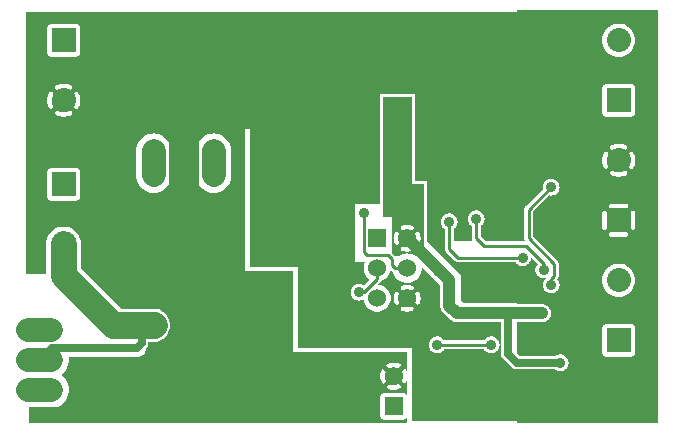
<source format=gbr>
G04 start of page 3 for group 1 idx 1 *
G04 Title: (unknown), solder *
G04 Creator: pcb 20110918 *
G04 CreationDate: Fri 20 Jun 2014 04:10:56 PM GMT UTC *
G04 For: ndholmes *
G04 Format: Gerber/RS-274X *
G04 PCB-Dimensions: 225000 140000 *
G04 PCB-Coordinate-Origin: lower left *
%MOIN*%
%FSLAX25Y25*%
%LNBOTTOM*%
%ADD48C,0.0480*%
%ADD47C,0.0380*%
%ADD46C,0.0450*%
%ADD45C,0.0200*%
%ADD44C,0.0360*%
%ADD43C,0.0787*%
%ADD42C,0.0800*%
%ADD41C,0.0600*%
%ADD40C,0.0400*%
%ADD39C,0.0900*%
%ADD38C,0.0850*%
%ADD37C,0.0250*%
%ADD36C,0.0100*%
%ADD35C,0.0001*%
G54D35*G36*
X218500Y2000D02*X209993D01*
Y24080D01*
X210183Y24159D01*
X210384Y24283D01*
X210564Y24436D01*
X210717Y24616D01*
X210841Y24817D01*
X210931Y25035D01*
X210986Y25265D01*
X211000Y25500D01*
X210986Y33735D01*
X210931Y33965D01*
X210841Y34183D01*
X210717Y34384D01*
X210564Y34564D01*
X210384Y34717D01*
X210183Y34841D01*
X209993Y34920D01*
Y46305D01*
X210416Y46995D01*
X210747Y47795D01*
X210949Y48637D01*
X211000Y49500D01*
X210949Y50363D01*
X210747Y51205D01*
X210416Y52005D01*
X209993Y52695D01*
Y66295D01*
X210018Y66285D01*
X210132Y66257D01*
X210250Y66248D01*
X210368Y66257D01*
X210482Y66285D01*
X210592Y66330D01*
X210692Y66391D01*
X210782Y66468D01*
X210859Y66558D01*
X210920Y66658D01*
X210965Y66768D01*
X210993Y66882D01*
X211000Y67000D01*
Y72000D01*
X210993Y72118D01*
X210965Y72232D01*
X210920Y72342D01*
X210859Y72442D01*
X210782Y72532D01*
X210692Y72609D01*
X210592Y72670D01*
X210482Y72715D01*
X210368Y72743D01*
X210250Y72752D01*
X210132Y72743D01*
X210018Y72715D01*
X209993Y72705D01*
Y86645D01*
X210078Y86681D01*
X210179Y86743D01*
X210269Y86819D01*
X210345Y86909D01*
X210405Y87011D01*
X210622Y87480D01*
X210789Y87969D01*
X210909Y88472D01*
X210982Y88984D01*
X211006Y89500D01*
X210982Y90016D01*
X210909Y90528D01*
X210789Y91031D01*
X210622Y91520D01*
X210410Y91992D01*
X210349Y92093D01*
X210272Y92184D01*
X210182Y92261D01*
X210080Y92323D01*
X209993Y92360D01*
Y104080D01*
X210183Y104159D01*
X210384Y104283D01*
X210564Y104436D01*
X210717Y104616D01*
X210841Y104817D01*
X210931Y105035D01*
X210986Y105265D01*
X211000Y105500D01*
X210986Y113735D01*
X210931Y113965D01*
X210841Y114183D01*
X210717Y114384D01*
X210564Y114564D01*
X210384Y114717D01*
X210183Y114841D01*
X209993Y114920D01*
Y126305D01*
X210416Y126995D01*
X210747Y127795D01*
X210949Y128637D01*
X211000Y129500D01*
X210949Y130363D01*
X210747Y131205D01*
X210416Y132005D01*
X209993Y132695D01*
Y139500D01*
X218500D01*
Y2000D01*
G37*
G36*
X209993Y132695D02*X209963Y132743D01*
X209401Y133401D01*
X208743Y133963D01*
X208005Y134416D01*
X207205Y134747D01*
X206363Y134949D01*
X205500Y135017D01*
Y139500D01*
X209993D01*
Y132695D01*
G37*
G36*
Y114920D02*X209965Y114931D01*
X209735Y114986D01*
X209500Y115000D01*
X205500Y114993D01*
Y123983D01*
X206363Y124051D01*
X207205Y124253D01*
X208005Y124584D01*
X208743Y125037D01*
X209401Y125599D01*
X209963Y126257D01*
X209993Y126305D01*
Y114920D01*
G37*
G36*
Y52695D02*X209963Y52743D01*
X209401Y53401D01*
X208743Y53963D01*
X208005Y54416D01*
X207205Y54747D01*
X206363Y54949D01*
X205500Y55017D01*
Y64000D01*
X208000D01*
X208118Y64007D01*
X208232Y64035D01*
X208342Y64080D01*
X208442Y64141D01*
X208532Y64218D01*
X208609Y64308D01*
X208670Y64408D01*
X208715Y64518D01*
X208743Y64632D01*
X208752Y64750D01*
X208743Y64868D01*
X208715Y64982D01*
X208670Y65092D01*
X208609Y65192D01*
X208532Y65282D01*
X208442Y65359D01*
X208342Y65420D01*
X208232Y65465D01*
X208118Y65493D01*
X208000Y65500D01*
X205500D01*
Y73500D01*
X208000D01*
X208118Y73507D01*
X208232Y73535D01*
X208342Y73580D01*
X208442Y73641D01*
X208532Y73718D01*
X208609Y73808D01*
X208670Y73908D01*
X208715Y74018D01*
X208743Y74132D01*
X208752Y74250D01*
X208743Y74368D01*
X208715Y74482D01*
X208670Y74592D01*
X208609Y74692D01*
X208532Y74782D01*
X208442Y74859D01*
X208342Y74920D01*
X208232Y74965D01*
X208118Y74993D01*
X208000Y75000D01*
X205500D01*
Y83994D01*
X206016Y84018D01*
X206528Y84091D01*
X207031Y84211D01*
X207520Y84378D01*
X207992Y84590D01*
X208093Y84651D01*
X208184Y84728D01*
X208261Y84818D01*
X208323Y84920D01*
X208369Y85029D01*
X208397Y85145D01*
X208406Y85263D01*
X208397Y85381D01*
X208370Y85497D01*
X208324Y85607D01*
X208262Y85708D01*
X208186Y85798D01*
X208095Y85876D01*
X207994Y85938D01*
X207885Y85984D01*
X207769Y86011D01*
X207651Y86021D01*
X207532Y86012D01*
X207417Y85984D01*
X207308Y85937D01*
X206968Y85779D01*
X206612Y85658D01*
X206247Y85570D01*
X205875Y85518D01*
X205500Y85500D01*
Y93500D01*
X205875Y93482D01*
X206247Y93430D01*
X206612Y93342D01*
X206968Y93221D01*
X207310Y93067D01*
X207418Y93020D01*
X207533Y92993D01*
X207651Y92983D01*
X207768Y92993D01*
X207883Y93021D01*
X207992Y93066D01*
X208093Y93128D01*
X208182Y93205D01*
X208259Y93295D01*
X208320Y93395D01*
X208365Y93504D01*
X208393Y93619D01*
X208402Y93737D01*
X208392Y93855D01*
X208365Y93969D01*
X208319Y94078D01*
X208257Y94179D01*
X208181Y94269D01*
X208091Y94345D01*
X207989Y94405D01*
X207520Y94622D01*
X207031Y94789D01*
X206528Y94909D01*
X206016Y94982D01*
X205500Y95006D01*
Y104007D01*
X209735Y104014D01*
X209965Y104069D01*
X209993Y104080D01*
Y92360D01*
X209971Y92369D01*
X209855Y92397D01*
X209737Y92406D01*
X209619Y92397D01*
X209503Y92370D01*
X209393Y92324D01*
X209292Y92262D01*
X209202Y92186D01*
X209124Y92095D01*
X209062Y91994D01*
X209016Y91885D01*
X208989Y91769D01*
X208979Y91651D01*
X208988Y91532D01*
X209016Y91417D01*
X209063Y91308D01*
X209221Y90968D01*
X209342Y90612D01*
X209430Y90247D01*
X209482Y89875D01*
X209500Y89500D01*
X209482Y89125D01*
X209430Y88753D01*
X209342Y88388D01*
X209221Y88032D01*
X209067Y87690D01*
X209020Y87582D01*
X208993Y87467D01*
X208983Y87349D01*
X208993Y87232D01*
X209021Y87117D01*
X209066Y87008D01*
X209128Y86907D01*
X209205Y86818D01*
X209295Y86741D01*
X209395Y86680D01*
X209504Y86635D01*
X209619Y86607D01*
X209737Y86598D01*
X209855Y86608D01*
X209969Y86635D01*
X209993Y86645D01*
Y72705D01*
X209908Y72670D01*
X209808Y72609D01*
X209718Y72532D01*
X209641Y72442D01*
X209580Y72342D01*
X209535Y72232D01*
X209507Y72118D01*
X209500Y72000D01*
Y67000D01*
X209507Y66882D01*
X209535Y66768D01*
X209580Y66658D01*
X209641Y66558D01*
X209718Y66468D01*
X209808Y66391D01*
X209908Y66330D01*
X209993Y66295D01*
Y52695D01*
G37*
G36*
Y34920D02*X209965Y34931D01*
X209735Y34986D01*
X209500Y35000D01*
X205500Y34993D01*
Y43983D01*
X206363Y44051D01*
X207205Y44253D01*
X208005Y44584D01*
X208743Y45037D01*
X209401Y45599D01*
X209963Y46257D01*
X209993Y46305D01*
Y34920D01*
G37*
G36*
Y2000D02*X205500D01*
Y24007D01*
X209735Y24014D01*
X209965Y24069D01*
X209993Y24080D01*
Y2000D01*
G37*
G36*
X201007Y46305D02*X201037Y46257D01*
X201599Y45599D01*
X202257Y45037D01*
X202995Y44584D01*
X203795Y44253D01*
X204637Y44051D01*
X205500Y43983D01*
Y34993D01*
X201265Y34986D01*
X201035Y34931D01*
X201007Y34920D01*
Y46305D01*
G37*
G36*
Y104080D02*X201035Y104069D01*
X201265Y104014D01*
X201500Y104000D01*
X205500Y104007D01*
Y95006D01*
X204984Y94982D01*
X204472Y94909D01*
X203969Y94789D01*
X203480Y94622D01*
X203008Y94410D01*
X202907Y94349D01*
X202816Y94272D01*
X202739Y94182D01*
X202677Y94080D01*
X202631Y93971D01*
X202603Y93855D01*
X202594Y93737D01*
X202603Y93619D01*
X202630Y93503D01*
X202676Y93393D01*
X202738Y93292D01*
X202814Y93202D01*
X202905Y93124D01*
X203006Y93062D01*
X203115Y93016D01*
X203231Y92989D01*
X203349Y92979D01*
X203468Y92988D01*
X203583Y93016D01*
X203692Y93063D01*
X204032Y93221D01*
X204388Y93342D01*
X204753Y93430D01*
X205125Y93482D01*
X205500Y93500D01*
Y85500D01*
X205125Y85518D01*
X204753Y85570D01*
X204388Y85658D01*
X204032Y85779D01*
X203690Y85933D01*
X203582Y85980D01*
X203467Y86007D01*
X203349Y86017D01*
X203232Y86007D01*
X203117Y85979D01*
X203008Y85934D01*
X202907Y85872D01*
X202818Y85795D01*
X202741Y85705D01*
X202680Y85605D01*
X202635Y85496D01*
X202607Y85381D01*
X202598Y85263D01*
X202608Y85145D01*
X202635Y85031D01*
X202681Y84922D01*
X202743Y84821D01*
X202819Y84731D01*
X202909Y84655D01*
X203011Y84595D01*
X203480Y84378D01*
X203969Y84211D01*
X204472Y84091D01*
X204984Y84018D01*
X205500Y83994D01*
Y75000D01*
X203000D01*
X202882Y74993D01*
X202768Y74965D01*
X202658Y74920D01*
X202558Y74859D01*
X202468Y74782D01*
X202391Y74692D01*
X202330Y74592D01*
X202285Y74482D01*
X202257Y74368D01*
X202248Y74250D01*
X202257Y74132D01*
X202285Y74018D01*
X202330Y73908D01*
X202391Y73808D01*
X202468Y73718D01*
X202558Y73641D01*
X202658Y73580D01*
X202768Y73535D01*
X202882Y73507D01*
X203000Y73500D01*
X205500D01*
Y65500D01*
X203000D01*
X202882Y65493D01*
X202768Y65465D01*
X202658Y65420D01*
X202558Y65359D01*
X202468Y65282D01*
X202391Y65192D01*
X202330Y65092D01*
X202285Y64982D01*
X202257Y64868D01*
X202248Y64750D01*
X202257Y64632D01*
X202285Y64518D01*
X202330Y64408D01*
X202391Y64308D01*
X202468Y64218D01*
X202558Y64141D01*
X202658Y64080D01*
X202768Y64035D01*
X202882Y64007D01*
X203000Y64000D01*
X205500D01*
Y55017D01*
X204637Y54949D01*
X203795Y54747D01*
X202995Y54416D01*
X202257Y53963D01*
X201599Y53401D01*
X201037Y52743D01*
X201007Y52695D01*
Y66295D01*
X201092Y66330D01*
X201192Y66391D01*
X201282Y66468D01*
X201359Y66558D01*
X201420Y66658D01*
X201465Y66768D01*
X201493Y66882D01*
X201500Y67000D01*
Y72000D01*
X201493Y72118D01*
X201465Y72232D01*
X201420Y72342D01*
X201359Y72442D01*
X201282Y72532D01*
X201192Y72609D01*
X201092Y72670D01*
X201007Y72705D01*
Y86640D01*
X201029Y86631D01*
X201145Y86603D01*
X201263Y86594D01*
X201381Y86603D01*
X201497Y86630D01*
X201607Y86676D01*
X201708Y86738D01*
X201798Y86814D01*
X201876Y86905D01*
X201938Y87006D01*
X201984Y87115D01*
X202011Y87231D01*
X202021Y87349D01*
X202012Y87468D01*
X201984Y87583D01*
X201937Y87692D01*
X201779Y88032D01*
X201658Y88388D01*
X201570Y88753D01*
X201518Y89125D01*
X201500Y89500D01*
X201518Y89875D01*
X201570Y90247D01*
X201658Y90612D01*
X201779Y90968D01*
X201933Y91310D01*
X201980Y91418D01*
X202007Y91533D01*
X202017Y91651D01*
X202007Y91768D01*
X201979Y91883D01*
X201934Y91992D01*
X201872Y92093D01*
X201795Y92182D01*
X201705Y92259D01*
X201605Y92320D01*
X201496Y92365D01*
X201381Y92393D01*
X201263Y92402D01*
X201145Y92392D01*
X201031Y92365D01*
X201007Y92355D01*
Y104080D01*
G37*
G36*
Y126305D02*X201037Y126257D01*
X201599Y125599D01*
X202257Y125037D01*
X202995Y124584D01*
X203795Y124253D01*
X204637Y124051D01*
X205500Y123983D01*
Y114993D01*
X201265Y114986D01*
X201035Y114931D01*
X201007Y114920D01*
Y126305D01*
G37*
G36*
Y139500D02*X205500D01*
Y135017D01*
X204637Y134949D01*
X203795Y134747D01*
X202995Y134416D01*
X202257Y133963D01*
X201599Y133401D01*
X201037Y132743D01*
X201007Y132695D01*
Y139500D01*
G37*
G36*
X205500Y2000D02*X201007D01*
Y24080D01*
X201035Y24069D01*
X201265Y24014D01*
X201500Y24000D01*
X205500Y24007D01*
Y2000D01*
G37*
G36*
X201007D02*X171500D01*
Y19743D01*
X171500D01*
X171588Y19750D01*
X184323D01*
X184349Y19728D01*
X184725Y19497D01*
X185132Y19329D01*
X185561Y19226D01*
X186000Y19191D01*
X186439Y19226D01*
X186868Y19329D01*
X187275Y19497D01*
X187651Y19728D01*
X187986Y20014D01*
X188272Y20349D01*
X188503Y20725D01*
X188671Y21132D01*
X188774Y21561D01*
X188800Y22000D01*
X188774Y22439D01*
X188671Y22868D01*
X188503Y23275D01*
X188272Y23651D01*
X187986Y23986D01*
X187651Y24272D01*
X187275Y24503D01*
X186868Y24671D01*
X186439Y24774D01*
X186000Y24809D01*
X185561Y24774D01*
X185132Y24671D01*
X184725Y24503D01*
X184349Y24272D01*
X184323Y24250D01*
X172432D01*
X171500Y25182D01*
Y35500D01*
X180000D01*
X180471Y35528D01*
X180930Y35638D01*
X181366Y35819D01*
X181769Y36065D01*
X182128Y36372D01*
X182435Y36731D01*
X182681Y37134D01*
X182862Y37570D01*
X182972Y38029D01*
X183009Y38500D01*
X182972Y38971D01*
X182862Y39430D01*
X182681Y39866D01*
X182435Y40269D01*
X182128Y40628D01*
X181769Y40935D01*
X181366Y41181D01*
X180930Y41362D01*
X180471Y41472D01*
X180000Y41500D01*
X171500D01*
Y55030D01*
X171514Y55014D01*
X171849Y54728D01*
X172225Y54497D01*
X172632Y54329D01*
X173061Y54226D01*
X173500Y54191D01*
X173939Y54226D01*
X174368Y54329D01*
X174775Y54497D01*
X175151Y54728D01*
X175486Y55014D01*
X175772Y55349D01*
X176003Y55725D01*
X176171Y56132D01*
X176274Y56561D01*
X176300Y57000D01*
X176295Y57084D01*
X178458Y54921D01*
X178228Y54651D01*
X177997Y54275D01*
X177829Y53868D01*
X177726Y53439D01*
X177691Y53000D01*
X177726Y52561D01*
X177829Y52132D01*
X177997Y51725D01*
X178228Y51349D01*
X178514Y51014D01*
X178849Y50728D01*
X179225Y50497D01*
X179632Y50329D01*
X180061Y50226D01*
X180500Y50191D01*
X180939Y50226D01*
X181368Y50329D01*
X181555Y50406D01*
X181553Y50397D01*
X181349Y50272D01*
X181014Y49986D01*
X180728Y49651D01*
X180497Y49275D01*
X180329Y48868D01*
X180226Y48439D01*
X180191Y48000D01*
X180226Y47561D01*
X180329Y47132D01*
X180497Y46725D01*
X180728Y46349D01*
X181014Y46014D01*
X181349Y45728D01*
X181725Y45497D01*
X182132Y45329D01*
X182561Y45226D01*
X183000Y45191D01*
X183439Y45226D01*
X183868Y45329D01*
X184275Y45497D01*
X184651Y45728D01*
X184986Y46014D01*
X185272Y46349D01*
X185503Y46725D01*
X185671Y47132D01*
X185774Y47561D01*
X185800Y48000D01*
X185774Y48439D01*
X185671Y48868D01*
X185503Y49275D01*
X185272Y49651D01*
X185044Y49919D01*
X185064Y49936D01*
X185217Y50115D01*
X185217Y50116D01*
X185341Y50317D01*
X185431Y50535D01*
X185486Y50765D01*
X185505Y51000D01*
X185500Y51059D01*
Y54941D01*
X185505Y55000D01*
X185486Y55235D01*
X185431Y55465D01*
X185341Y55683D01*
X185217Y55884D01*
X185064Y56064D01*
X185019Y56102D01*
X177000Y64121D01*
Y72379D01*
X182389Y77767D01*
X182561Y77726D01*
X183000Y77691D01*
X183439Y77726D01*
X183868Y77829D01*
X184275Y77997D01*
X184651Y78228D01*
X184986Y78514D01*
X185272Y78849D01*
X185503Y79225D01*
X185671Y79632D01*
X185774Y80061D01*
X185800Y80500D01*
X185774Y80939D01*
X185671Y81368D01*
X185503Y81775D01*
X185272Y82151D01*
X184986Y82486D01*
X184651Y82772D01*
X184275Y83003D01*
X183868Y83171D01*
X183439Y83274D01*
X183000Y83309D01*
X182561Y83274D01*
X182132Y83171D01*
X181725Y83003D01*
X181349Y82772D01*
X181014Y82486D01*
X180728Y82151D01*
X180497Y81775D01*
X180329Y81368D01*
X180226Y80939D01*
X180191Y80500D01*
X180226Y80061D01*
X180267Y79889D01*
X174481Y74102D01*
X174436Y74064D01*
X174283Y73884D01*
X174159Y73683D01*
X174069Y73465D01*
X174014Y73235D01*
X174014Y73235D01*
X173995Y73000D01*
X174000Y72941D01*
Y63559D01*
X173995Y63500D01*
X174014Y63265D01*
X174069Y63035D01*
X174159Y62817D01*
X174283Y62616D01*
X174381Y62500D01*
X171500D01*
Y139500D01*
X201007D01*
Y132695D01*
X200584Y132005D01*
X200253Y131205D01*
X200051Y130363D01*
X199983Y129500D01*
X200051Y128637D01*
X200253Y127795D01*
X200584Y126995D01*
X201007Y126305D01*
Y114920D01*
X200817Y114841D01*
X200616Y114717D01*
X200436Y114564D01*
X200283Y114384D01*
X200159Y114183D01*
X200069Y113965D01*
X200014Y113735D01*
X200000Y113500D01*
X200014Y105265D01*
X200069Y105035D01*
X200159Y104817D01*
X200283Y104616D01*
X200436Y104436D01*
X200616Y104283D01*
X200817Y104159D01*
X201007Y104080D01*
Y92355D01*
X200922Y92319D01*
X200821Y92257D01*
X200731Y92181D01*
X200655Y92091D01*
X200595Y91989D01*
X200378Y91520D01*
X200211Y91031D01*
X200091Y90528D01*
X200018Y90016D01*
X199994Y89500D01*
X200018Y88984D01*
X200091Y88472D01*
X200211Y87969D01*
X200378Y87480D01*
X200590Y87008D01*
X200651Y86907D01*
X200728Y86816D01*
X200818Y86739D01*
X200920Y86677D01*
X201007Y86640D01*
Y72705D01*
X200982Y72715D01*
X200868Y72743D01*
X200750Y72752D01*
X200632Y72743D01*
X200518Y72715D01*
X200408Y72670D01*
X200308Y72609D01*
X200218Y72532D01*
X200141Y72442D01*
X200080Y72342D01*
X200035Y72232D01*
X200007Y72118D01*
X200000Y72000D01*
Y67000D01*
X200007Y66882D01*
X200035Y66768D01*
X200080Y66658D01*
X200141Y66558D01*
X200218Y66468D01*
X200308Y66391D01*
X200408Y66330D01*
X200518Y66285D01*
X200632Y66257D01*
X200750Y66248D01*
X200868Y66257D01*
X200982Y66285D01*
X201007Y66295D01*
Y52695D01*
X200584Y52005D01*
X200253Y51205D01*
X200051Y50363D01*
X199983Y49500D01*
X200051Y48637D01*
X200253Y47795D01*
X200584Y46995D01*
X201007Y46305D01*
Y34920D01*
X200817Y34841D01*
X200616Y34717D01*
X200436Y34564D01*
X200283Y34384D01*
X200159Y34183D01*
X200069Y33965D01*
X200014Y33735D01*
X200000Y33500D01*
X200014Y25265D01*
X200069Y25035D01*
X200159Y24817D01*
X200283Y24616D01*
X200436Y24436D01*
X200616Y24283D01*
X200817Y24159D01*
X201007Y24080D01*
Y2000D01*
G37*
G36*
X141500Y84000D02*X178500D01*
Y78121D01*
X174481Y74102D01*
X174436Y74064D01*
X174283Y73884D01*
X174159Y73683D01*
X174069Y73465D01*
X174014Y73235D01*
X174014Y73235D01*
X173995Y73000D01*
X174000Y72941D01*
Y63559D01*
X173995Y63500D01*
X174014Y63265D01*
X174069Y63035D01*
X174159Y62817D01*
X174283Y62616D01*
X174381Y62500D01*
X161121D01*
X159500Y64121D01*
Y67635D01*
X159651Y67728D01*
X159986Y68014D01*
X160272Y68349D01*
X160503Y68725D01*
X160671Y69132D01*
X160774Y69561D01*
X160800Y70000D01*
X160774Y70439D01*
X160671Y70868D01*
X160503Y71275D01*
X160272Y71651D01*
X159986Y71986D01*
X159651Y72272D01*
X159275Y72503D01*
X158868Y72671D01*
X158439Y72774D01*
X158000Y72809D01*
X157561Y72774D01*
X157132Y72671D01*
X156725Y72503D01*
X156349Y72272D01*
X156014Y71986D01*
X155728Y71651D01*
X155497Y71275D01*
X155329Y70868D01*
X155226Y70439D01*
X155191Y70000D01*
X155226Y69561D01*
X155329Y69132D01*
X155497Y68725D01*
X155728Y68349D01*
X156014Y68014D01*
X156349Y67728D01*
X156500Y67635D01*
Y63559D01*
X156495Y63500D01*
X156514Y63265D01*
X156569Y63035D01*
X156659Y62817D01*
X156783Y62616D01*
X156783Y62615D01*
X156881Y62500D01*
X150500D01*
Y66635D01*
X150651Y66728D01*
X150986Y67014D01*
X151272Y67349D01*
X151503Y67725D01*
X151671Y68132D01*
X151774Y68561D01*
X151800Y69000D01*
X151774Y69439D01*
X151671Y69868D01*
X151503Y70275D01*
X151272Y70651D01*
X150986Y70986D01*
X150651Y71272D01*
X150275Y71503D01*
X149868Y71671D01*
X149439Y71774D01*
X149000Y71809D01*
X148561Y71774D01*
X148132Y71671D01*
X147725Y71503D01*
X147349Y71272D01*
X147014Y70986D01*
X146728Y70651D01*
X146497Y70275D01*
X146329Y69868D01*
X146226Y69439D01*
X146191Y69000D01*
X146226Y68561D01*
X146329Y68132D01*
X146497Y67725D01*
X146728Y67349D01*
X147014Y67014D01*
X147349Y66728D01*
X147500Y66635D01*
Y62500D01*
X141500D01*
Y84000D01*
G37*
G36*
Y64500D02*X147500D01*
Y60059D01*
X147495Y60000D01*
X147514Y59765D01*
X147569Y59535D01*
X147659Y59317D01*
X147783Y59116D01*
X147783Y59115D01*
X147936Y58936D01*
X147981Y58898D01*
X150898Y55981D01*
X150936Y55936D01*
X151116Y55783D01*
X151317Y55659D01*
X151535Y55569D01*
X151765Y55514D01*
X152000Y55495D01*
X152059Y55500D01*
X171135D01*
X171228Y55349D01*
X171514Y55014D01*
X171849Y54728D01*
X172225Y54497D01*
X172500Y54384D01*
Y42000D01*
X154000D01*
X153000Y43000D01*
Y51000D01*
X141500Y62500D01*
Y64500D01*
G37*
G36*
X130500Y25500D02*X134000D01*
Y19939D01*
X133085Y19024D01*
X133181Y18866D01*
X133362Y18430D01*
X133472Y17971D01*
X133500Y17500D01*
X133472Y17029D01*
X133362Y16570D01*
X133181Y16134D01*
X133085Y15976D01*
X134000Y15061D01*
Y11916D01*
X133965Y11931D01*
X133735Y11986D01*
X133500Y12000D01*
X130500Y11993D01*
Y12986D01*
X131206Y13042D01*
X131895Y13207D01*
X132549Y13478D01*
X133115Y13825D01*
X132024Y14915D01*
X131866Y14819D01*
X131430Y14638D01*
X130971Y14528D01*
X130500Y14491D01*
Y20509D01*
X130971Y20472D01*
X131430Y20362D01*
X131866Y20181D01*
X132024Y20085D01*
X133115Y21175D01*
X132549Y21522D01*
X131895Y21793D01*
X131206Y21958D01*
X130500Y22014D01*
Y25500D01*
G37*
G36*
X126951D02*X130500D01*
Y22014D01*
X129794Y21958D01*
X129105Y21793D01*
X128451Y21522D01*
X127885Y21175D01*
X128976Y20085D01*
X129134Y20181D01*
X129570Y20362D01*
X130029Y20472D01*
X130500Y20509D01*
Y14491D01*
X130029Y14528D01*
X129570Y14638D01*
X129134Y14819D01*
X128976Y14915D01*
X127885Y13825D01*
X128451Y13478D01*
X129105Y13207D01*
X129794Y13042D01*
X130500Y12986D01*
Y11993D01*
X127265Y11986D01*
X127035Y11931D01*
X126951Y11896D01*
Y15011D01*
X127915Y15976D01*
X127819Y16134D01*
X127638Y16570D01*
X127528Y17029D01*
X127491Y17500D01*
X127528Y17971D01*
X127638Y18430D01*
X127819Y18866D01*
X127915Y19024D01*
X126951Y19989D01*
Y25500D01*
G37*
G36*
X134000Y2500D02*X126951D01*
Y3104D01*
X127035Y3069D01*
X127265Y3014D01*
X127500Y3000D01*
X133735Y3014D01*
X133965Y3069D01*
X134000Y3084D01*
Y2500D01*
G37*
G36*
X126951D02*X116500D01*
Y25500D01*
X126951D01*
Y19989D01*
X126825Y20115D01*
X126478Y19549D01*
X126207Y18895D01*
X126042Y18206D01*
X125986Y17500D01*
X126042Y16794D01*
X126207Y16105D01*
X126478Y15451D01*
X126825Y14885D01*
X126951Y15011D01*
Y11896D01*
X126817Y11841D01*
X126616Y11717D01*
X126436Y11564D01*
X126283Y11384D01*
X126159Y11183D01*
X126069Y10965D01*
X126014Y10735D01*
X126000Y10500D01*
X126014Y4265D01*
X126069Y4035D01*
X126159Y3817D01*
X126283Y3616D01*
X126436Y3436D01*
X126616Y3283D01*
X126817Y3159D01*
X126951Y3104D01*
Y2500D01*
G37*
G36*
X136500Y24000D02*X166479D01*
X166489Y23975D01*
X166674Y23673D01*
X166674Y23673D01*
X166904Y23404D01*
X166971Y23347D01*
X169847Y20471D01*
X169904Y20404D01*
X170173Y20174D01*
X170173Y20174D01*
X170475Y19989D01*
X170803Y19854D01*
X171147Y19771D01*
X171500Y19743D01*
X171588Y19750D01*
X184323D01*
X184349Y19728D01*
X184725Y19497D01*
X185132Y19329D01*
X185561Y19226D01*
X186000Y19191D01*
X186439Y19226D01*
X186868Y19329D01*
X187275Y19497D01*
X187651Y19728D01*
X187986Y20014D01*
X188272Y20349D01*
X188503Y20725D01*
X188671Y21132D01*
X188774Y21561D01*
X188800Y22000D01*
X188774Y22439D01*
X188671Y22868D01*
X188503Y23275D01*
X188272Y23651D01*
X187986Y23986D01*
X187970Y24000D01*
X197000D01*
Y2500D01*
X136500D01*
Y24000D01*
G37*
G36*
X138613Y50186D02*X138976Y50611D01*
X139379Y51269D01*
X139675Y51981D01*
X139855Y52731D01*
X139900Y53500D01*
X139859Y54199D01*
X139961Y53952D01*
X140241Y53495D01*
X140596Y53096D01*
X146000Y47692D01*
Y41118D01*
X145991Y41000D01*
X146028Y40529D01*
X146138Y40070D01*
X146319Y39634D01*
X146565Y39231D01*
X146566Y39231D01*
X146872Y38872D01*
X146962Y38796D01*
X149296Y36462D01*
X149372Y36372D01*
X149731Y36066D01*
X149731Y36065D01*
X150000Y35901D01*
Y34000D01*
X138613D01*
Y41353D01*
X138656Y41360D01*
X138768Y41397D01*
X138873Y41452D01*
X138968Y41522D01*
X139051Y41606D01*
X139119Y41702D01*
X139170Y41808D01*
X139318Y42216D01*
X139422Y42637D01*
X139484Y43067D01*
X139505Y43500D01*
X139484Y43933D01*
X139422Y44363D01*
X139318Y44784D01*
X139175Y45194D01*
X139122Y45300D01*
X139053Y45396D01*
X138970Y45481D01*
X138875Y45551D01*
X138769Y45606D01*
X138657Y45643D01*
X138613Y45651D01*
Y50186D01*
G37*
G36*
X135002Y48585D02*X135769Y48645D01*
X136519Y48825D01*
X137231Y49121D01*
X137889Y49524D01*
X138476Y50024D01*
X138613Y50186D01*
Y45651D01*
X138540Y45663D01*
X138421Y45664D01*
X138304Y45646D01*
X138191Y45610D01*
X138085Y45557D01*
X137988Y45488D01*
X137904Y45405D01*
X137833Y45309D01*
X137779Y45204D01*
X137741Y45092D01*
X137722Y44975D01*
X137721Y44856D01*
X137739Y44739D01*
X137777Y44626D01*
X137876Y44355D01*
X137944Y44075D01*
X137986Y43789D01*
X138000Y43500D01*
X137986Y43211D01*
X137944Y42925D01*
X137876Y42645D01*
X137780Y42372D01*
X137742Y42261D01*
X137725Y42144D01*
X137725Y42026D01*
X137745Y41909D01*
X137782Y41797D01*
X137836Y41693D01*
X137906Y41598D01*
X137991Y41515D01*
X138087Y41446D01*
X138192Y41393D01*
X138305Y41357D01*
X138421Y41340D01*
X138539Y41341D01*
X138613Y41353D01*
Y34000D01*
X135002D01*
Y38995D01*
X135433Y39016D01*
X135863Y39078D01*
X136284Y39182D01*
X136694Y39325D01*
X136800Y39378D01*
X136896Y39447D01*
X136981Y39530D01*
X137051Y39625D01*
X137106Y39731D01*
X137143Y39843D01*
X137163Y39960D01*
X137164Y40079D01*
X137146Y40196D01*
X137110Y40309D01*
X137057Y40415D01*
X136988Y40512D01*
X136905Y40596D01*
X136809Y40667D01*
X136704Y40721D01*
X136592Y40759D01*
X136475Y40778D01*
X136356Y40779D01*
X136239Y40761D01*
X136126Y40723D01*
X135855Y40624D01*
X135575Y40556D01*
X135289Y40514D01*
X135002Y40500D01*
Y46500D01*
X135289Y46486D01*
X135575Y46444D01*
X135855Y46376D01*
X136128Y46280D01*
X136239Y46242D01*
X136356Y46225D01*
X136474Y46225D01*
X136591Y46245D01*
X136703Y46282D01*
X136807Y46336D01*
X136902Y46406D01*
X136985Y46491D01*
X137054Y46587D01*
X137107Y46692D01*
X137143Y46805D01*
X137160Y46921D01*
X137159Y47039D01*
X137140Y47156D01*
X137103Y47268D01*
X137048Y47373D01*
X136978Y47468D01*
X136894Y47551D01*
X136798Y47619D01*
X136692Y47670D01*
X136284Y47818D01*
X135863Y47922D01*
X135433Y47984D01*
X135002Y48005D01*
Y48585D01*
G37*
G36*
X131387Y50186D02*X131524Y50024D01*
X132111Y49524D01*
X132769Y49121D01*
X133481Y48825D01*
X134231Y48645D01*
X135000Y48585D01*
X135002Y48585D01*
Y48005D01*
X135000Y48005D01*
X134567Y47984D01*
X134137Y47922D01*
X133716Y47818D01*
X133306Y47675D01*
X133200Y47622D01*
X133104Y47553D01*
X133019Y47470D01*
X132949Y47375D01*
X132894Y47269D01*
X132857Y47157D01*
X132837Y47040D01*
X132836Y46921D01*
X132854Y46804D01*
X132890Y46691D01*
X132943Y46585D01*
X133012Y46488D01*
X133095Y46404D01*
X133191Y46333D01*
X133296Y46279D01*
X133408Y46241D01*
X133525Y46222D01*
X133644Y46221D01*
X133761Y46239D01*
X133874Y46277D01*
X134145Y46376D01*
X134425Y46444D01*
X134711Y46486D01*
X135000Y46500D01*
X135002Y46500D01*
Y40500D01*
X135000Y40500D01*
X134711Y40514D01*
X134425Y40556D01*
X134145Y40624D01*
X133872Y40720D01*
X133761Y40758D01*
X133644Y40775D01*
X133526Y40775D01*
X133409Y40755D01*
X133297Y40718D01*
X133193Y40664D01*
X133098Y40594D01*
X133015Y40509D01*
X132946Y40413D01*
X132893Y40308D01*
X132857Y40195D01*
X132840Y40079D01*
X132841Y39961D01*
X132860Y39844D01*
X132897Y39732D01*
X132952Y39627D01*
X133022Y39532D01*
X133106Y39449D01*
X133202Y39381D01*
X133308Y39330D01*
X133716Y39182D01*
X134137Y39078D01*
X134567Y39016D01*
X135000Y38995D01*
X135002Y38995D01*
Y34000D01*
X131387D01*
Y41349D01*
X131460Y41337D01*
X131579Y41336D01*
X131696Y41354D01*
X131809Y41390D01*
X131915Y41443D01*
X132012Y41512D01*
X132096Y41595D01*
X132167Y41691D01*
X132221Y41796D01*
X132259Y41908D01*
X132278Y42025D01*
X132279Y42144D01*
X132261Y42261D01*
X132223Y42374D01*
X132124Y42645D01*
X132056Y42925D01*
X132014Y43211D01*
X132000Y43500D01*
X132014Y43789D01*
X132056Y44075D01*
X132124Y44355D01*
X132220Y44628D01*
X132258Y44739D01*
X132275Y44856D01*
X132275Y44974D01*
X132255Y45091D01*
X132218Y45203D01*
X132164Y45307D01*
X132094Y45402D01*
X132009Y45485D01*
X131913Y45554D01*
X131808Y45607D01*
X131695Y45643D01*
X131579Y45660D01*
X131461Y45659D01*
X131387Y45647D01*
Y50186D01*
G37*
G36*
X125125Y48004D02*X126019Y48898D01*
X126064Y48936D01*
X126217Y49115D01*
X126217Y49116D01*
X126252Y49173D01*
X126395Y49207D01*
X127049Y49478D01*
X127653Y49848D01*
X128192Y50308D01*
X128652Y50847D01*
X129022Y51451D01*
X129293Y52105D01*
X129458Y52794D01*
X129465Y52913D01*
X129898Y52481D01*
X129936Y52436D01*
X130115Y52283D01*
X130116Y52283D01*
X130277Y52184D01*
X130325Y51981D01*
X130621Y51269D01*
X131024Y50611D01*
X131387Y50186D01*
Y45647D01*
X131344Y45640D01*
X131232Y45603D01*
X131127Y45548D01*
X131032Y45478D01*
X130949Y45394D01*
X130881Y45298D01*
X130830Y45192D01*
X130682Y44784D01*
X130578Y44363D01*
X130516Y43933D01*
X130495Y43500D01*
X130516Y43067D01*
X130578Y42637D01*
X130682Y42216D01*
X130825Y41806D01*
X130878Y41700D01*
X130947Y41604D01*
X131030Y41519D01*
X131125Y41449D01*
X131231Y41394D01*
X131343Y41357D01*
X131387Y41349D01*
Y34000D01*
X98500D01*
Y55500D01*
X120958D01*
X120707Y54895D01*
X120542Y54206D01*
X120486Y53500D01*
X120542Y52794D01*
X120707Y52105D01*
X120978Y51451D01*
X121348Y50847D01*
X121808Y50308D01*
X122347Y49848D01*
X122582Y49704D01*
X120651Y47772D01*
X120651Y47772D01*
X120275Y48003D01*
X119868Y48171D01*
X119439Y48274D01*
X119000Y48309D01*
X118561Y48274D01*
X118132Y48171D01*
X117725Y48003D01*
X117349Y47772D01*
X117014Y47486D01*
X116728Y47151D01*
X116497Y46775D01*
X116329Y46368D01*
X116226Y45939D01*
X116191Y45500D01*
X116226Y45061D01*
X116329Y44632D01*
X116497Y44225D01*
X116728Y43849D01*
X117014Y43514D01*
X117349Y43228D01*
X117725Y42997D01*
X118132Y42829D01*
X118561Y42726D01*
X119000Y42691D01*
X119439Y42726D01*
X119868Y42829D01*
X120275Y42997D01*
X120514Y43144D01*
X120542Y42794D01*
X120707Y42105D01*
X120978Y41451D01*
X121348Y40847D01*
X121808Y40308D01*
X122347Y39848D01*
X122951Y39478D01*
X123605Y39207D01*
X124294Y39042D01*
X125000Y38986D01*
X125706Y39042D01*
X126395Y39207D01*
X127049Y39478D01*
X127653Y39848D01*
X128192Y40308D01*
X128652Y40847D01*
X129022Y41451D01*
X129293Y42105D01*
X129458Y42794D01*
X129500Y43500D01*
X129458Y44206D01*
X129293Y44895D01*
X129022Y45549D01*
X128652Y46153D01*
X128192Y46692D01*
X127653Y47152D01*
X127049Y47522D01*
X126395Y47793D01*
X125706Y47958D01*
X125125Y48004D01*
G37*
G36*
X98500Y37000D02*X148757D01*
X149296Y36462D01*
X149372Y36372D01*
X149731Y36066D01*
X149731Y36065D01*
X150134Y35819D01*
X150570Y35638D01*
X151029Y35528D01*
X151500Y35491D01*
X151618Y35500D01*
X166250D01*
Y27000D01*
X165616D01*
X165671Y27132D01*
X165774Y27561D01*
X165800Y28000D01*
X165774Y28439D01*
X165671Y28868D01*
X165503Y29275D01*
X165272Y29651D01*
X164986Y29986D01*
X164651Y30272D01*
X164275Y30503D01*
X163868Y30671D01*
X163439Y30774D01*
X163000Y30809D01*
X162561Y30774D01*
X162132Y30671D01*
X161725Y30503D01*
X161349Y30272D01*
X161014Y29986D01*
X160728Y29651D01*
X160635Y29500D01*
X147365D01*
X147272Y29651D01*
X146986Y29986D01*
X146651Y30272D01*
X146275Y30503D01*
X145868Y30671D01*
X145439Y30774D01*
X145000Y30809D01*
X144561Y30774D01*
X144132Y30671D01*
X143725Y30503D01*
X143349Y30272D01*
X143014Y29986D01*
X142728Y29651D01*
X142497Y29275D01*
X142329Y28868D01*
X142226Y28439D01*
X142191Y28000D01*
X142226Y27561D01*
X142329Y27132D01*
X142384Y27000D01*
X98500D01*
Y37000D01*
G37*
G36*
X147365Y26500D02*X160635D01*
X160728Y26349D01*
X161014Y26014D01*
X161349Y25728D01*
X161725Y25497D01*
X162132Y25329D01*
X162561Y25226D01*
X163000Y25191D01*
X163439Y25226D01*
X163868Y25329D01*
X164275Y25497D01*
X164651Y25728D01*
X164986Y26014D01*
X165272Y26349D01*
X165503Y26725D01*
X165671Y27132D01*
X165774Y27561D01*
X165800Y28000D01*
X165774Y28439D01*
X165671Y28868D01*
X165503Y29275D01*
X165272Y29651D01*
X164986Y29986D01*
X164970Y30000D01*
X166250D01*
Y25088D01*
X166243Y25000D01*
X166271Y24647D01*
X166354Y24303D01*
X166489Y23975D01*
X166500Y23958D01*
Y18500D01*
X136500D01*
Y30000D01*
X143030D01*
X143014Y29986D01*
X142728Y29651D01*
X142497Y29275D01*
X142329Y28868D01*
X142226Y28439D01*
X142191Y28000D01*
X142226Y27561D01*
X142329Y27132D01*
X142497Y26725D01*
X142728Y26349D01*
X143014Y26014D01*
X143349Y25728D01*
X143725Y25497D01*
X144132Y25329D01*
X144561Y25226D01*
X145000Y25191D01*
X145439Y25226D01*
X145868Y25329D01*
X146275Y25497D01*
X146651Y25728D01*
X146986Y26014D01*
X147272Y26349D01*
X147365Y26500D01*
G37*
G36*
X126951Y3104D02*X127035Y3069D01*
X127265Y3014D01*
X127500Y3000D01*
X133735Y3014D01*
X133965Y3069D01*
X134183Y3159D01*
X134384Y3283D01*
X134564Y3436D01*
X134717Y3616D01*
X134841Y3817D01*
X134931Y4035D01*
X134986Y4265D01*
X135000Y4500D01*
Y2000D01*
X126951D01*
Y3104D01*
G37*
G36*
X130500Y25500D02*X135000D01*
Y17500D01*
X134958Y18206D01*
X134793Y18895D01*
X134522Y19549D01*
X134175Y20115D01*
X133085Y19024D01*
X133181Y18866D01*
X133362Y18430D01*
X133472Y17971D01*
X133500Y17500D01*
X133472Y17029D01*
X133362Y16570D01*
X133181Y16134D01*
X133085Y15976D01*
X134175Y14885D01*
X134522Y15451D01*
X134793Y16105D01*
X134958Y16794D01*
X135000Y17500D01*
Y4500D01*
X134986Y10735D01*
X134931Y10965D01*
X134841Y11183D01*
X134717Y11384D01*
X134564Y11564D01*
X134384Y11717D01*
X134183Y11841D01*
X133965Y11931D01*
X133735Y11986D01*
X133500Y12000D01*
X130500Y11993D01*
Y12986D01*
X131206Y13042D01*
X131895Y13207D01*
X132549Y13478D01*
X133115Y13825D01*
X132024Y14915D01*
X131866Y14819D01*
X131430Y14638D01*
X130971Y14528D01*
X130500Y14491D01*
Y20509D01*
X130971Y20472D01*
X131430Y20362D01*
X131866Y20181D01*
X132024Y20085D01*
X133115Y21175D01*
X132549Y21522D01*
X131895Y21793D01*
X131206Y21958D01*
X130500Y22014D01*
Y25500D01*
G37*
G36*
X126951D02*X130500D01*
Y22014D01*
X129794Y21958D01*
X129105Y21793D01*
X128451Y21522D01*
X127885Y21175D01*
X128976Y20085D01*
X129134Y20181D01*
X129570Y20362D01*
X130029Y20472D01*
X130500Y20509D01*
Y14491D01*
X130029Y14528D01*
X129570Y14638D01*
X129134Y14819D01*
X128976Y14915D01*
X127885Y13825D01*
X128451Y13478D01*
X129105Y13207D01*
X129794Y13042D01*
X130500Y12986D01*
Y11993D01*
X127265Y11986D01*
X127035Y11931D01*
X126951Y11896D01*
Y15011D01*
X127915Y15976D01*
X127819Y16134D01*
X127638Y16570D01*
X127528Y17029D01*
X127491Y17500D01*
X127528Y17971D01*
X127638Y18430D01*
X127819Y18866D01*
X127915Y19024D01*
X126951Y19989D01*
Y25500D01*
G37*
G36*
X93500D02*X126951D01*
Y19989D01*
X126825Y20115D01*
X126478Y19549D01*
X126207Y18895D01*
X126042Y18206D01*
X125986Y17500D01*
X126042Y16794D01*
X126207Y16105D01*
X126478Y15451D01*
X126825Y14885D01*
X126951Y15011D01*
Y11896D01*
X126817Y11841D01*
X126616Y11717D01*
X126436Y11564D01*
X126283Y11384D01*
X126159Y11183D01*
X126069Y10965D01*
X126014Y10735D01*
X126000Y10500D01*
X126014Y4265D01*
X126069Y4035D01*
X126159Y3817D01*
X126283Y3616D01*
X126436Y3436D01*
X126616Y3283D01*
X126817Y3159D01*
X126951Y3104D01*
Y2000D01*
X93500D01*
Y25500D01*
G37*
G36*
X109496Y139000D02*X174500D01*
Y111500D01*
X109496D01*
Y119192D01*
X109500Y119191D01*
X109939Y119226D01*
X110368Y119329D01*
X110775Y119497D01*
X111151Y119728D01*
X111486Y120014D01*
X111772Y120349D01*
X112003Y120725D01*
X112171Y121132D01*
X112274Y121561D01*
X112300Y122000D01*
X112274Y122439D01*
X112171Y122868D01*
X112003Y123275D01*
X111772Y123651D01*
X111486Y123986D01*
X111151Y124272D01*
X110775Y124503D01*
X110368Y124671D01*
X109939Y124774D01*
X109500Y124809D01*
X109496Y124808D01*
Y139000D01*
G37*
G36*
X105500D02*X109496D01*
Y124808D01*
X109061Y124774D01*
X108632Y124671D01*
X108225Y124503D01*
X107849Y124272D01*
X107514Y123986D01*
X107228Y123651D01*
X106997Y123275D01*
X106829Y122868D01*
X106726Y122439D01*
X106691Y122000D01*
X106726Y121561D01*
X106829Y121132D01*
X106997Y120725D01*
X107228Y120349D01*
X107514Y120014D01*
X107849Y119728D01*
X108225Y119497D01*
X108632Y119329D01*
X109061Y119226D01*
X109496Y119192D01*
Y111500D01*
X105500D01*
Y139000D01*
G37*
G36*
X137500Y128000D02*X186000D01*
Y82500D01*
X184970D01*
X184651Y82772D01*
X184275Y83003D01*
X183868Y83171D01*
X183439Y83274D01*
X183000Y83309D01*
X182561Y83274D01*
X182132Y83171D01*
X181725Y83003D01*
X181349Y82772D01*
X181030Y82500D01*
X137500D01*
Y128000D01*
G37*
G36*
X127000Y110500D02*X136500D01*
Y78000D01*
X127000D01*
Y110500D01*
G37*
G36*
Y81500D02*X140500D01*
Y70500D01*
X127000D01*
Y81500D01*
G37*
G36*
X138613Y74000D02*X140500D01*
Y57808D01*
X140241Y57505D01*
X140238Y57500D01*
X138613D01*
Y61353D01*
X138656Y61360D01*
X138768Y61397D01*
X138873Y61452D01*
X138968Y61522D01*
X139051Y61606D01*
X139119Y61702D01*
X139170Y61808D01*
X139318Y62216D01*
X139422Y62637D01*
X139484Y63067D01*
X139505Y63500D01*
X139484Y63933D01*
X139422Y64363D01*
X139318Y64784D01*
X139175Y65194D01*
X139122Y65300D01*
X139053Y65396D01*
X138970Y65481D01*
X138875Y65551D01*
X138769Y65606D01*
X138657Y65643D01*
X138613Y65651D01*
Y74000D01*
G37*
G36*
X135002D02*X138613D01*
Y65651D01*
X138540Y65663D01*
X138421Y65664D01*
X138304Y65646D01*
X138191Y65610D01*
X138085Y65557D01*
X137988Y65488D01*
X137904Y65405D01*
X137833Y65309D01*
X137779Y65204D01*
X137741Y65092D01*
X137722Y64975D01*
X137721Y64856D01*
X137739Y64739D01*
X137777Y64626D01*
X137876Y64355D01*
X137944Y64075D01*
X137986Y63789D01*
X138000Y63500D01*
X137986Y63211D01*
X137944Y62925D01*
X137876Y62645D01*
X137780Y62372D01*
X137742Y62261D01*
X137725Y62144D01*
X137725Y62026D01*
X137745Y61909D01*
X137782Y61797D01*
X137836Y61693D01*
X137906Y61598D01*
X137991Y61515D01*
X138087Y61446D01*
X138192Y61393D01*
X138305Y61357D01*
X138421Y61340D01*
X138539Y61341D01*
X138613Y61353D01*
Y57500D01*
X137851D01*
X137231Y57879D01*
X136519Y58175D01*
X135769Y58355D01*
X135002Y58415D01*
Y58995D01*
X135433Y59016D01*
X135863Y59078D01*
X136284Y59182D01*
X136694Y59325D01*
X136800Y59378D01*
X136896Y59447D01*
X136981Y59530D01*
X137051Y59625D01*
X137106Y59731D01*
X137143Y59843D01*
X137163Y59960D01*
X137164Y60079D01*
X137146Y60196D01*
X137110Y60309D01*
X137057Y60415D01*
X136988Y60512D01*
X136905Y60596D01*
X136809Y60667D01*
X136704Y60721D01*
X136592Y60759D01*
X136475Y60778D01*
X136356Y60779D01*
X136239Y60761D01*
X136126Y60723D01*
X135855Y60624D01*
X135575Y60556D01*
X135289Y60514D01*
X135002Y60500D01*
Y66500D01*
X135289Y66486D01*
X135575Y66444D01*
X135855Y66376D01*
X136128Y66280D01*
X136239Y66242D01*
X136356Y66225D01*
X136474Y66225D01*
X136591Y66245D01*
X136703Y66282D01*
X136807Y66336D01*
X136902Y66406D01*
X136985Y66491D01*
X137054Y66587D01*
X137107Y66692D01*
X137143Y66805D01*
X137160Y66921D01*
X137159Y67039D01*
X137140Y67156D01*
X137103Y67268D01*
X137048Y67373D01*
X136978Y67468D01*
X136894Y67551D01*
X136798Y67619D01*
X136692Y67670D01*
X136284Y67818D01*
X135863Y67922D01*
X135433Y67984D01*
X135002Y68005D01*
Y74000D01*
G37*
G36*
X131387D02*X135002D01*
Y68005D01*
X135000Y68005D01*
X134567Y67984D01*
X134137Y67922D01*
X133716Y67818D01*
X133306Y67675D01*
X133200Y67622D01*
X133104Y67553D01*
X133019Y67470D01*
X132949Y67375D01*
X132894Y67269D01*
X132857Y67157D01*
X132837Y67040D01*
X132836Y66921D01*
X132854Y66804D01*
X132890Y66691D01*
X132943Y66585D01*
X133012Y66488D01*
X133095Y66404D01*
X133191Y66333D01*
X133296Y66279D01*
X133408Y66241D01*
X133525Y66222D01*
X133644Y66221D01*
X133761Y66239D01*
X133874Y66277D01*
X134145Y66376D01*
X134425Y66444D01*
X134711Y66486D01*
X135000Y66500D01*
X135002Y66500D01*
Y60500D01*
X135000Y60500D01*
X134711Y60514D01*
X134425Y60556D01*
X134145Y60624D01*
X133872Y60720D01*
X133761Y60758D01*
X133644Y60775D01*
X133526Y60775D01*
X133409Y60755D01*
X133297Y60718D01*
X133193Y60664D01*
X133098Y60594D01*
X133015Y60509D01*
X132946Y60413D01*
X132893Y60308D01*
X132857Y60195D01*
X132840Y60079D01*
X132841Y59961D01*
X132860Y59844D01*
X132897Y59732D01*
X132952Y59627D01*
X133022Y59532D01*
X133106Y59449D01*
X133202Y59381D01*
X133308Y59330D01*
X133716Y59182D01*
X134137Y59078D01*
X134567Y59016D01*
X135000Y58995D01*
X135002Y58995D01*
Y58415D01*
X135000Y58415D01*
X134231Y58355D01*
X133481Y58175D01*
X132769Y57879D01*
X132149Y57500D01*
X131387D01*
Y61349D01*
X131460Y61337D01*
X131579Y61336D01*
X131696Y61354D01*
X131809Y61390D01*
X131915Y61443D01*
X132012Y61512D01*
X132096Y61595D01*
X132167Y61691D01*
X132221Y61796D01*
X132259Y61908D01*
X132278Y62025D01*
X132279Y62144D01*
X132261Y62261D01*
X132223Y62374D01*
X132124Y62645D01*
X132056Y62925D01*
X132014Y63211D01*
X132000Y63500D01*
X132014Y63789D01*
X132056Y64075D01*
X132124Y64355D01*
X132220Y64628D01*
X132258Y64739D01*
X132275Y64856D01*
X132275Y64974D01*
X132255Y65091D01*
X132218Y65203D01*
X132164Y65307D01*
X132094Y65402D01*
X132009Y65485D01*
X131913Y65554D01*
X131808Y65607D01*
X131695Y65643D01*
X131579Y65660D01*
X131461Y65659D01*
X131387Y65647D01*
Y74000D01*
G37*
G36*
X130000D02*X131387D01*
Y65647D01*
X131344Y65640D01*
X131232Y65603D01*
X131127Y65548D01*
X131032Y65478D01*
X130949Y65394D01*
X130881Y65298D01*
X130830Y65192D01*
X130682Y64784D01*
X130578Y64363D01*
X130516Y63933D01*
X130495Y63500D01*
X130516Y63067D01*
X130578Y62637D01*
X130682Y62216D01*
X130825Y61806D01*
X130878Y61700D01*
X130947Y61604D01*
X131030Y61519D01*
X131125Y61449D01*
X131231Y61394D01*
X131343Y61357D01*
X131387Y61349D01*
Y57500D01*
X131119D01*
X131064Y57564D01*
X131019Y57602D01*
X130000Y58621D01*
Y74000D01*
G37*
G36*
X114500Y112500D02*X126000D01*
Y75000D01*
X114500D01*
Y112500D01*
G37*
G36*
X20500Y88000D02*X44563D01*
Y84563D01*
X44618Y83631D01*
X44836Y82723D01*
X45194Y81859D01*
X45682Y81063D01*
X46289Y80352D01*
X47000Y79745D01*
X47796Y79257D01*
X48660Y78899D01*
X49568Y78681D01*
X50500Y78608D01*
X51432Y78681D01*
X52340Y78899D01*
X53204Y79257D01*
X54000Y79745D01*
X54711Y80352D01*
X55318Y81063D01*
X55500Y81360D01*
X55682Y81063D01*
X56289Y80352D01*
X57000Y79745D01*
X57796Y79257D01*
X58660Y78899D01*
X59568Y78681D01*
X60500Y78608D01*
X61432Y78681D01*
X62340Y78899D01*
X63204Y79257D01*
X64000Y79745D01*
X64711Y80352D01*
X65318Y81063D01*
X65500Y81360D01*
X65682Y81063D01*
X66289Y80352D01*
X67000Y79745D01*
X67796Y79257D01*
X68660Y78899D01*
X69568Y78681D01*
X70500Y78608D01*
X71432Y78681D01*
X72340Y78899D01*
X73204Y79257D01*
X74000Y79745D01*
X74711Y80352D01*
X75318Y81063D01*
X75806Y81859D01*
X76164Y82723D01*
X76382Y83631D01*
X76437Y84563D01*
Y88000D01*
X80000D01*
Y51500D01*
X28273D01*
X26350Y53423D01*
Y61500D01*
X26296Y62418D01*
X26081Y63313D01*
X25728Y64164D01*
X25247Y64949D01*
X24649Y65649D01*
X23949Y66247D01*
X23164Y66728D01*
X22313Y67081D01*
X21418Y67296D01*
X20500Y67368D01*
Y76007D01*
X24735Y76014D01*
X24965Y76069D01*
X25183Y76159D01*
X25384Y76283D01*
X25564Y76436D01*
X25717Y76616D01*
X25841Y76817D01*
X25931Y77035D01*
X25986Y77265D01*
X26000Y77500D01*
X25986Y85735D01*
X25931Y85965D01*
X25841Y86183D01*
X25717Y86384D01*
X25564Y86564D01*
X25384Y86717D01*
X25183Y86841D01*
X24965Y86931D01*
X24735Y86986D01*
X24500Y87000D01*
X20500Y86993D01*
Y88000D01*
G37*
G36*
X8000D02*X20500D01*
Y86993D01*
X16265Y86986D01*
X16035Y86931D01*
X15817Y86841D01*
X15616Y86717D01*
X15436Y86564D01*
X15283Y86384D01*
X15159Y86183D01*
X15069Y85965D01*
X15014Y85735D01*
X15000Y85500D01*
X15014Y77265D01*
X15069Y77035D01*
X15159Y76817D01*
X15283Y76616D01*
X15436Y76436D01*
X15616Y76283D01*
X15817Y76159D01*
X16035Y76069D01*
X16265Y76014D01*
X16500Y76000D01*
X20500Y76007D01*
Y67368D01*
X19582Y67296D01*
X18687Y67081D01*
X17836Y66728D01*
X17051Y66247D01*
X16351Y65649D01*
X15753Y64949D01*
X15272Y64164D01*
X14919Y63313D01*
X14704Y62418D01*
X14650Y61500D01*
Y51500D01*
X8000D01*
Y88000D01*
G37*
G36*
X28500Y57500D02*X81000D01*
Y42500D01*
X37273D01*
X28500Y51273D01*
Y57500D01*
G37*
G36*
X76500Y75000D02*X81000D01*
Y54000D01*
X76500D01*
Y75000D01*
G37*
G36*
X24993Y139000D02*X104000D01*
Y100000D01*
X61779D01*
X61775Y100003D01*
X61368Y100171D01*
X60939Y100274D01*
X60500Y100309D01*
X60061Y100274D01*
X59632Y100171D01*
X59225Y100003D01*
X59221Y100000D01*
X24993D01*
Y106645D01*
X25078Y106681D01*
X25179Y106743D01*
X25269Y106819D01*
X25345Y106909D01*
X25405Y107011D01*
X25622Y107480D01*
X25789Y107969D01*
X25909Y108472D01*
X25982Y108984D01*
X26006Y109500D01*
X25982Y110016D01*
X25909Y110528D01*
X25789Y111031D01*
X25622Y111520D01*
X25410Y111992D01*
X25349Y112093D01*
X25272Y112184D01*
X25182Y112261D01*
X25080Y112323D01*
X24993Y112360D01*
Y124080D01*
X25183Y124159D01*
X25384Y124283D01*
X25564Y124436D01*
X25717Y124616D01*
X25841Y124817D01*
X25931Y125035D01*
X25986Y125265D01*
X26000Y125500D01*
X25986Y133735D01*
X25931Y133965D01*
X25841Y134183D01*
X25717Y134384D01*
X25564Y134564D01*
X25384Y134717D01*
X25183Y134841D01*
X24993Y134920D01*
Y139000D01*
G37*
G36*
Y100000D02*X20500D01*
Y103994D01*
X21016Y104018D01*
X21528Y104091D01*
X22031Y104211D01*
X22520Y104378D01*
X22992Y104590D01*
X23093Y104651D01*
X23184Y104728D01*
X23261Y104818D01*
X23323Y104920D01*
X23369Y105029D01*
X23397Y105145D01*
X23406Y105263D01*
X23397Y105381D01*
X23370Y105497D01*
X23324Y105607D01*
X23262Y105708D01*
X23186Y105798D01*
X23095Y105876D01*
X22994Y105938D01*
X22885Y105984D01*
X22769Y106011D01*
X22651Y106021D01*
X22532Y106012D01*
X22417Y105984D01*
X22308Y105937D01*
X21968Y105779D01*
X21612Y105658D01*
X21247Y105570D01*
X20875Y105518D01*
X20500Y105500D01*
Y113500D01*
X20875Y113482D01*
X21247Y113430D01*
X21612Y113342D01*
X21968Y113221D01*
X22310Y113067D01*
X22418Y113020D01*
X22533Y112993D01*
X22651Y112983D01*
X22768Y112993D01*
X22883Y113021D01*
X22992Y113066D01*
X23093Y113128D01*
X23182Y113205D01*
X23259Y113295D01*
X23320Y113395D01*
X23365Y113504D01*
X23393Y113619D01*
X23402Y113737D01*
X23392Y113855D01*
X23365Y113969D01*
X23319Y114078D01*
X23257Y114179D01*
X23181Y114269D01*
X23091Y114345D01*
X22989Y114405D01*
X22520Y114622D01*
X22031Y114789D01*
X21528Y114909D01*
X21016Y114982D01*
X20500Y115006D01*
Y124007D01*
X24735Y124014D01*
X24965Y124069D01*
X24993Y124080D01*
Y112360D01*
X24971Y112369D01*
X24855Y112397D01*
X24737Y112406D01*
X24619Y112397D01*
X24503Y112370D01*
X24393Y112324D01*
X24292Y112262D01*
X24202Y112186D01*
X24124Y112095D01*
X24062Y111994D01*
X24016Y111885D01*
X23989Y111769D01*
X23979Y111651D01*
X23988Y111532D01*
X24016Y111417D01*
X24063Y111308D01*
X24221Y110968D01*
X24342Y110612D01*
X24430Y110247D01*
X24482Y109875D01*
X24500Y109500D01*
X24482Y109125D01*
X24430Y108753D01*
X24342Y108388D01*
X24221Y108032D01*
X24067Y107690D01*
X24020Y107582D01*
X23993Y107467D01*
X23983Y107349D01*
X23993Y107232D01*
X24021Y107117D01*
X24066Y107008D01*
X24128Y106907D01*
X24205Y106818D01*
X24295Y106741D01*
X24395Y106680D01*
X24504Y106635D01*
X24619Y106607D01*
X24737Y106598D01*
X24855Y106608D01*
X24969Y106635D01*
X24993Y106645D01*
Y100000D01*
G37*
G36*
X20500Y139000D02*X24993D01*
Y134920D01*
X24965Y134931D01*
X24735Y134986D01*
X24500Y135000D01*
X20500Y134993D01*
Y139000D01*
G37*
G36*
X16007Y124080D02*X16035Y124069D01*
X16265Y124014D01*
X16500Y124000D01*
X20500Y124007D01*
Y115006D01*
X20500D01*
X19984Y114982D01*
X19472Y114909D01*
X18969Y114789D01*
X18480Y114622D01*
X18008Y114410D01*
X17907Y114349D01*
X17816Y114272D01*
X17739Y114182D01*
X17677Y114080D01*
X17631Y113971D01*
X17603Y113855D01*
X17594Y113737D01*
X17603Y113619D01*
X17630Y113503D01*
X17676Y113393D01*
X17738Y113292D01*
X17814Y113202D01*
X17905Y113124D01*
X18006Y113062D01*
X18115Y113016D01*
X18231Y112989D01*
X18349Y112979D01*
X18468Y112988D01*
X18583Y113016D01*
X18692Y113063D01*
X19032Y113221D01*
X19388Y113342D01*
X19753Y113430D01*
X20125Y113482D01*
X20500Y113500D01*
Y105500D01*
X20125Y105518D01*
X19753Y105570D01*
X19388Y105658D01*
X19032Y105779D01*
X18690Y105933D01*
X18582Y105980D01*
X18467Y106007D01*
X18349Y106017D01*
X18232Y106007D01*
X18117Y105979D01*
X18008Y105934D01*
X17907Y105872D01*
X17818Y105795D01*
X17741Y105705D01*
X17680Y105605D01*
X17635Y105496D01*
X17607Y105381D01*
X17598Y105263D01*
X17608Y105145D01*
X17635Y105031D01*
X17681Y104922D01*
X17743Y104821D01*
X17819Y104731D01*
X17909Y104655D01*
X18011Y104595D01*
X18480Y104378D01*
X18969Y104211D01*
X19472Y104091D01*
X19984Y104018D01*
X20500Y103994D01*
X20500D01*
Y100000D01*
X16007D01*
Y106640D01*
X16029Y106631D01*
X16145Y106603D01*
X16263Y106594D01*
X16381Y106603D01*
X16497Y106630D01*
X16607Y106676D01*
X16708Y106738D01*
X16798Y106814D01*
X16876Y106905D01*
X16938Y107006D01*
X16984Y107115D01*
X17011Y107231D01*
X17021Y107349D01*
X17012Y107468D01*
X16984Y107583D01*
X16937Y107692D01*
X16779Y108032D01*
X16658Y108388D01*
X16570Y108753D01*
X16518Y109125D01*
X16500Y109500D01*
X16518Y109875D01*
X16570Y110247D01*
X16658Y110612D01*
X16779Y110968D01*
X16933Y111310D01*
X16980Y111418D01*
X17007Y111533D01*
X17017Y111651D01*
X17007Y111768D01*
X16979Y111883D01*
X16934Y111992D01*
X16872Y112093D01*
X16795Y112182D01*
X16705Y112259D01*
X16605Y112320D01*
X16496Y112365D01*
X16381Y112393D01*
X16263Y112402D01*
X16145Y112392D01*
X16031Y112365D01*
X16007Y112355D01*
Y124080D01*
G37*
G36*
Y139000D02*X20500D01*
Y134993D01*
X16265Y134986D01*
X16035Y134931D01*
X16007Y134920D01*
Y139000D01*
G37*
G36*
X8000D02*X16007D01*
Y134920D01*
X15817Y134841D01*
X15616Y134717D01*
X15436Y134564D01*
X15283Y134384D01*
X15159Y134183D01*
X15069Y133965D01*
X15014Y133735D01*
X15000Y133500D01*
X15014Y125265D01*
X15069Y125035D01*
X15159Y124817D01*
X15283Y124616D01*
X15436Y124436D01*
X15616Y124283D01*
X15817Y124159D01*
X16007Y124080D01*
Y112355D01*
X15922Y112319D01*
X15821Y112257D01*
X15731Y112181D01*
X15655Y112091D01*
X15595Y111989D01*
X15378Y111520D01*
X15211Y111031D01*
X15091Y110528D01*
X15018Y110016D01*
X14994Y109500D01*
X15018Y108984D01*
X15091Y108472D01*
X15211Y107969D01*
X15378Y107480D01*
X15590Y107008D01*
X15651Y106907D01*
X15728Y106816D01*
X15818Y106739D01*
X15920Y106677D01*
X16007Y106640D01*
Y100000D01*
X8000D01*
Y139000D01*
G37*
G36*
X60500Y108500D02*X80000D01*
Y78500D01*
X60500D01*
Y78608D01*
X61432Y78681D01*
X62340Y78899D01*
X63204Y79257D01*
X64000Y79745D01*
X64711Y80352D01*
X65318Y81063D01*
X65500Y81360D01*
X65682Y81063D01*
X66289Y80352D01*
X67000Y79745D01*
X67796Y79257D01*
X68660Y78899D01*
X69568Y78681D01*
X70500Y78608D01*
X71432Y78681D01*
X72340Y78899D01*
X73204Y79257D01*
X74000Y79745D01*
X74711Y80352D01*
X75318Y81063D01*
X75806Y81859D01*
X76164Y82723D01*
X76382Y83631D01*
X76437Y84563D01*
Y92437D01*
X76382Y93369D01*
X76164Y94277D01*
X75806Y95141D01*
X75318Y95937D01*
X74711Y96648D01*
X74000Y97255D01*
X73204Y97743D01*
X72340Y98101D01*
X71432Y98319D01*
X70500Y98392D01*
X69568Y98319D01*
X68660Y98101D01*
X67796Y97743D01*
X67000Y97255D01*
X66289Y96648D01*
X65682Y95937D01*
X65500Y95640D01*
X65318Y95937D01*
X64711Y96648D01*
X64000Y97255D01*
X63289Y97691D01*
X63274Y97939D01*
X63171Y98368D01*
X63003Y98775D01*
X62772Y99151D01*
X62486Y99486D01*
X62151Y99772D01*
X61775Y100003D01*
X61368Y100171D01*
X60939Y100274D01*
X60500Y100309D01*
Y108500D01*
G37*
G36*
X20502D02*X24369D01*
X24342Y108388D01*
X24221Y108032D01*
X24067Y107690D01*
X24020Y107582D01*
X23993Y107467D01*
X23983Y107349D01*
X23993Y107232D01*
X24021Y107117D01*
X24066Y107008D01*
X24128Y106907D01*
X24205Y106818D01*
X24295Y106741D01*
X24395Y106680D01*
X24504Y106635D01*
X24619Y106607D01*
X24737Y106598D01*
X24855Y106608D01*
X24969Y106635D01*
X25078Y106681D01*
X25179Y106743D01*
X25269Y106819D01*
X25345Y106909D01*
X25405Y107011D01*
X25622Y107480D01*
X25789Y107969D01*
X25909Y108472D01*
X25913Y108500D01*
X60500D01*
Y100309D01*
X60061Y100274D01*
X59632Y100171D01*
X59225Y100003D01*
X58849Y99772D01*
X58514Y99486D01*
X58228Y99151D01*
X57997Y98775D01*
X57829Y98368D01*
X57726Y97939D01*
X57706Y97688D01*
X57000Y97255D01*
X56289Y96648D01*
X55682Y95937D01*
X55500Y95640D01*
X55318Y95937D01*
X54711Y96648D01*
X54000Y97255D01*
X53204Y97743D01*
X52340Y98101D01*
X51432Y98319D01*
X50500Y98392D01*
X49568Y98319D01*
X48660Y98101D01*
X47796Y97743D01*
X47000Y97255D01*
X46289Y96648D01*
X45682Y95937D01*
X45194Y95141D01*
X44836Y94277D01*
X44618Y93369D01*
X44563Y92437D01*
Y84563D01*
X44618Y83631D01*
X44836Y82723D01*
X45194Y81859D01*
X45682Y81063D01*
X46289Y80352D01*
X47000Y79745D01*
X47796Y79257D01*
X48660Y78899D01*
X49568Y78681D01*
X50500Y78608D01*
X51432Y78681D01*
X52340Y78899D01*
X53204Y79257D01*
X54000Y79745D01*
X54711Y80352D01*
X55318Y81063D01*
X55500Y81360D01*
X55682Y81063D01*
X56289Y80352D01*
X57000Y79745D01*
X57796Y79257D01*
X58660Y78899D01*
X59568Y78681D01*
X60500Y78608D01*
Y78500D01*
X25998D01*
X25986Y85735D01*
X25931Y85965D01*
X25841Y86183D01*
X25717Y86384D01*
X25564Y86564D01*
X25384Y86717D01*
X25183Y86841D01*
X24965Y86931D01*
X24735Y86986D01*
X24500Y87000D01*
X20502Y86993D01*
Y103994D01*
X21016Y104018D01*
X21528Y104091D01*
X22031Y104211D01*
X22520Y104378D01*
X22992Y104590D01*
X23093Y104651D01*
X23184Y104728D01*
X23261Y104818D01*
X23323Y104920D01*
X23369Y105029D01*
X23397Y105145D01*
X23406Y105263D01*
X23397Y105381D01*
X23370Y105497D01*
X23324Y105607D01*
X23262Y105708D01*
X23186Y105798D01*
X23095Y105876D01*
X22994Y105938D01*
X22885Y105984D01*
X22769Y106011D01*
X22651Y106021D01*
X22532Y106012D01*
X22417Y105984D01*
X22308Y105937D01*
X21968Y105779D01*
X21612Y105658D01*
X21247Y105570D01*
X20875Y105518D01*
X20502Y105500D01*
Y108500D01*
G37*
G36*
X8000D02*X15087D01*
X15091Y108472D01*
X15211Y107969D01*
X15378Y107480D01*
X15590Y107008D01*
X15651Y106907D01*
X15728Y106816D01*
X15818Y106739D01*
X15920Y106677D01*
X16029Y106631D01*
X16145Y106603D01*
X16263Y106594D01*
X16381Y106603D01*
X16497Y106630D01*
X16607Y106676D01*
X16708Y106738D01*
X16798Y106814D01*
X16876Y106905D01*
X16938Y107006D01*
X16984Y107115D01*
X17011Y107231D01*
X17021Y107349D01*
X17012Y107468D01*
X16984Y107583D01*
X16937Y107692D01*
X16779Y108032D01*
X16658Y108388D01*
X16631Y108500D01*
X20502D01*
Y105500D01*
X20500Y105500D01*
X20125Y105518D01*
X19753Y105570D01*
X19388Y105658D01*
X19032Y105779D01*
X18690Y105933D01*
X18582Y105980D01*
X18467Y106007D01*
X18349Y106017D01*
X18232Y106007D01*
X18117Y105979D01*
X18008Y105934D01*
X17907Y105872D01*
X17818Y105795D01*
X17741Y105705D01*
X17680Y105605D01*
X17635Y105496D01*
X17607Y105381D01*
X17598Y105263D01*
X17608Y105145D01*
X17635Y105031D01*
X17681Y104922D01*
X17743Y104821D01*
X17819Y104731D01*
X17909Y104655D01*
X18011Y104595D01*
X18480Y104378D01*
X18969Y104211D01*
X19472Y104091D01*
X19984Y104018D01*
X20500Y103994D01*
X20502Y103994D01*
Y86993D01*
X16265Y86986D01*
X16035Y86931D01*
X15817Y86841D01*
X15616Y86717D01*
X15436Y86564D01*
X15283Y86384D01*
X15159Y86183D01*
X15069Y85965D01*
X15014Y85735D01*
X15000Y85500D01*
X15012Y78500D01*
X8000D01*
Y108500D01*
G37*
G36*
X55500Y78500D02*Y104000D01*
X65500D01*
Y78500D01*
X55500D01*
G37*
G36*
X56500Y52500D02*X97000D01*
Y2000D01*
X56500D01*
Y52500D01*
G37*
G36*
X26350Y58500D02*X65500D01*
Y2000D01*
X9000D01*
Y7063D01*
X16437D01*
X17369Y7118D01*
X18277Y7336D01*
X19141Y7694D01*
X19937Y8182D01*
X20648Y8789D01*
X21255Y9500D01*
X21743Y10296D01*
X22101Y11160D01*
X22319Y12068D01*
X22392Y13000D01*
X22319Y13932D01*
X22101Y14840D01*
X21743Y15704D01*
X21255Y16500D01*
X20648Y17211D01*
X19937Y17818D01*
X19640Y18000D01*
X19937Y18182D01*
X20648Y18789D01*
X21255Y19500D01*
X21743Y20296D01*
X22101Y21160D01*
X22319Y22068D01*
X22392Y23000D01*
X22319Y23932D01*
X22315Y23950D01*
X45000D01*
X45479Y23978D01*
X45945Y24090D01*
X46389Y24274D01*
X46798Y24525D01*
X47163Y24837D01*
X47475Y25202D01*
X47726Y25611D01*
X47910Y26055D01*
X48022Y26521D01*
X48049Y26867D01*
X48091Y26909D01*
X48326Y27173D01*
X48511Y27475D01*
X48646Y27803D01*
X48729Y28147D01*
X48757Y28500D01*
X48729Y28853D01*
X48694Y29000D01*
X50500D01*
X51363Y29051D01*
X52205Y29253D01*
X53005Y29584D01*
X53743Y30037D01*
X54401Y30599D01*
X54963Y31257D01*
X55416Y31995D01*
X55747Y32795D01*
X55949Y33637D01*
X56017Y34500D01*
X55949Y35363D01*
X55747Y36205D01*
X55416Y37005D01*
X54963Y37743D01*
X54401Y38401D01*
X53743Y38963D01*
X53005Y39416D01*
X52205Y39747D01*
X51363Y39949D01*
X50500Y40000D01*
X39773D01*
X26350Y53423D01*
Y58500D01*
G37*
G36*
X109496Y139000D02*X117500D01*
Y100000D01*
X109496D01*
Y119192D01*
X109500Y119191D01*
X109939Y119226D01*
X110368Y119329D01*
X110775Y119497D01*
X111151Y119728D01*
X111486Y120014D01*
X111772Y120349D01*
X112003Y120725D01*
X112171Y121132D01*
X112274Y121561D01*
X112300Y122000D01*
X112274Y122439D01*
X112171Y122868D01*
X112003Y123275D01*
X111772Y123651D01*
X111486Y123986D01*
X111151Y124272D01*
X110775Y124503D01*
X110368Y124671D01*
X109939Y124774D01*
X109500Y124809D01*
X109496Y124808D01*
Y139000D01*
G37*
G36*
X98000Y100000D02*Y139000D01*
X109496D01*
Y124808D01*
X109061Y124774D01*
X108632Y124671D01*
X108225Y124503D01*
X107849Y124272D01*
X107514Y123986D01*
X107228Y123651D01*
X106997Y123275D01*
X106829Y122868D01*
X106726Y122439D01*
X106691Y122000D01*
X106726Y121561D01*
X106829Y121132D01*
X106997Y120725D01*
X107228Y120349D01*
X107514Y120014D01*
X107849Y119728D01*
X108225Y119497D01*
X108632Y119329D01*
X109061Y119226D01*
X109496Y119192D01*
Y100000D01*
X98000D01*
G37*
G36*
X106000Y113500D02*Y139000D01*
X116000D01*
Y113500D01*
X106000D01*
G37*
G36*
X82500Y101000D02*X117500D01*
Y54000D01*
X82500D01*
Y101000D01*
G37*
G36*
X81000Y74000D02*X76000D01*
Y82327D01*
X76164Y82723D01*
X76382Y83631D01*
X76437Y84563D01*
Y92437D01*
X76382Y93369D01*
X76164Y94277D01*
X76000Y94673D01*
Y101000D01*
X81000D01*
Y74000D01*
G37*
G54D36*X173000Y57000D02*X152000D01*
X160500Y61000D02*X174500D01*
X149000Y60000D02*Y69000D01*
X158000Y70000D02*Y63500D01*
X160500Y61000D01*
X175500Y63500D02*Y73000D01*
X183000Y80500D01*
G54D37*X20500Y27000D02*X45000D01*
X46500Y28500D01*
Y31500D01*
G54D38*X20500Y61500D02*Y51000D01*
X37000Y34500D01*
G54D39*X50500D02*X37000D01*
G54D37*X24000Y27000D02*X16500D01*
X12500Y23000D01*
G54D36*X145000Y28000D02*X162000D01*
G54D40*X151500Y38500D02*X180000D01*
G54D37*X186000Y22000D02*X171500D01*
X168500Y25000D01*
Y38500D01*
G54D36*X174500Y61000D02*X177000Y58500D01*
X178500Y57000D02*X176000Y59500D01*
X180500Y53000D02*Y55000D01*
X177500Y58000D01*
X183000Y48000D02*Y50000D01*
X184000Y51000D01*
Y55000D01*
X175500Y63500D01*
G54D40*X145500Y52500D02*Y53000D01*
X149000Y49500D02*Y41000D01*
X151500Y38500D01*
X145500Y53000D02*X135000Y63500D01*
X143000Y55500D02*X149000Y49500D01*
G54D36*X152000Y57000D02*X149000Y60000D01*
X120500Y72000D02*Y59000D01*
X121500Y58000D01*
X130000Y54500D02*X131000Y53500D01*
X135000D01*
X121500Y58000D02*X128500D01*
X130000Y56500D01*
Y54500D01*
X119000Y45500D02*X120500D01*
X125000Y50000D01*
Y53500D01*
G54D35*G36*
X8563Y16937D02*Y9063D01*
X16437D01*
Y16937D01*
X8563D01*
G37*
G36*
X127500Y10500D02*Y4500D01*
X133500D01*
Y10500D01*
X127500D01*
G37*
G54D41*X130500Y17500D03*
G54D35*G36*
X122000Y66500D02*Y60500D01*
X128000D01*
Y66500D01*
X122000D01*
G37*
G54D41*X125000Y53500D03*
Y43500D03*
X135000Y63500D03*
Y53500D03*
Y43500D03*
G54D35*G36*
X201500Y113500D02*Y105500D01*
X209500D01*
Y113500D01*
X201500D01*
G37*
G54D42*X205500Y89500D03*
Y129500D03*
G54D35*G36*
X201500Y33500D02*Y25500D01*
X209500D01*
Y33500D01*
X201500D01*
G37*
G54D42*X205500Y49500D03*
G54D35*G36*
X201500Y73500D02*Y65500D01*
X209500D01*
Y73500D01*
X201500D01*
G37*
G36*
X16500Y85500D02*Y77500D01*
X24500D01*
Y85500D01*
X16500D01*
G37*
G54D42*X20500Y61500D03*
G54D35*G36*
X16500Y133500D02*Y125500D01*
X24500D01*
Y133500D01*
X16500D01*
G37*
G54D42*X20500Y109500D03*
G54D43*X70500Y88500D03*
X60500D03*
G54D35*G36*
X46563Y92437D02*Y84563D01*
X54437D01*
Y92437D01*
X46563D01*
G37*
G54D43*X12500Y33000D03*
Y23000D03*
X8563D02*X16437D01*
X8563Y13000D02*X16437D01*
X8563Y33000D02*X16437D01*
X60500Y92437D02*Y84563D01*
X50500Y92437D02*Y84563D01*
X70500Y92437D02*Y84563D01*
G54D44*X31000Y64500D03*
X36000D03*
X31000Y69500D03*
X36000D03*
X31000Y74000D03*
X36000D03*
X41500D03*
Y69500D03*
Y64500D03*
X20000Y71500D03*
X24500D03*
X140000Y85500D03*
X149000Y69000D03*
X144500Y85500D03*
Y81000D03*
X158000Y70000D03*
X120500Y72000D03*
X101000Y73500D03*
X114000Y74000D03*
X170500Y86500D03*
X161500Y91000D03*
X166000D03*
X161500Y86500D03*
X166000D03*
X161500Y82000D03*
X166000D03*
X170500D03*
X101000Y82500D03*
Y78000D03*
X114000Y83000D03*
Y78500D03*
X96500Y82500D03*
Y78000D03*
Y73500D03*
X170500Y91000D03*
X134000Y108000D03*
Y103500D03*
X129500Y108000D03*
Y103500D03*
X109500Y122000D03*
X88000Y130000D03*
X78000D03*
X85000Y97000D03*
X89500D03*
X94000D03*
X85000Y92500D03*
X89500D03*
X94000D03*
X82000Y108000D03*
X77500Y109500D03*
X82000Y103500D03*
X72000Y118500D03*
X77500D03*
X72000Y114000D03*
X77500D03*
X72000Y109500D03*
X77500Y105000D03*
X56000Y118500D03*
Y109500D03*
Y114000D03*
Y105000D03*
X60500Y97500D03*
Y102000D03*
X31000Y54500D03*
X36000D03*
X31000Y59500D03*
X36000D03*
X145500Y52500D03*
X50300Y32300D03*
X145000Y28000D03*
X163000D03*
X119000Y45500D03*
X133000Y34500D03*
X137500D03*
X92500Y44500D03*
Y49500D03*
X186500Y14500D03*
X186000Y22000D03*
X173500Y57000D03*
X180500Y53000D03*
X180000Y38500D03*
X183000Y43000D03*
Y48000D03*
Y80500D03*
X196500Y87500D03*
Y80500D03*
Y73500D03*
X45800Y36800D03*
Y32300D03*
X50300Y36800D03*
X52500Y74000D03*
X47000D03*
X52500Y69500D03*
Y64500D03*
X47000D03*
Y69500D03*
G54D45*G54D46*G54D47*G54D48*G54D46*M02*

</source>
